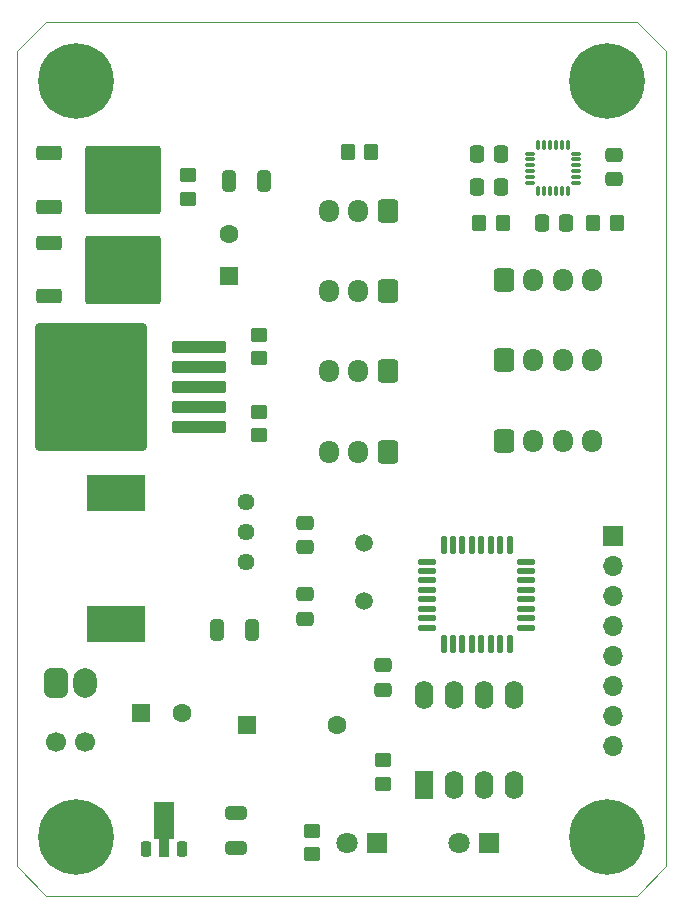
<source format=gbr>
%TF.GenerationSoftware,KiCad,Pcbnew,8.0.1-8.0.1-0~ubuntu20.04.1*%
%TF.CreationDate,2024-05-13T17:34:50+05:00*%
%TF.ProjectId,DeltaAnomalain,44656c74-6141-46e6-9f6d-616c61696e2e,rev?*%
%TF.SameCoordinates,Original*%
%TF.FileFunction,Soldermask,Top*%
%TF.FilePolarity,Negative*%
%FSLAX46Y46*%
G04 Gerber Fmt 4.6, Leading zero omitted, Abs format (unit mm)*
G04 Created by KiCad (PCBNEW 8.0.1-8.0.1-0~ubuntu20.04.1) date 2024-05-13 17:34:50*
%MOMM*%
%LPD*%
G01*
G04 APERTURE LIST*
G04 Aperture macros list*
%AMRoundRect*
0 Rectangle with rounded corners*
0 $1 Rounding radius*
0 $2 $3 $4 $5 $6 $7 $8 $9 X,Y pos of 4 corners*
0 Add a 4 corners polygon primitive as box body*
4,1,4,$2,$3,$4,$5,$6,$7,$8,$9,$2,$3,0*
0 Add four circle primitives for the rounded corners*
1,1,$1+$1,$2,$3*
1,1,$1+$1,$4,$5*
1,1,$1+$1,$6,$7*
1,1,$1+$1,$8,$9*
0 Add four rect primitives between the rounded corners*
20,1,$1+$1,$2,$3,$4,$5,0*
20,1,$1+$1,$4,$5,$6,$7,0*
20,1,$1+$1,$6,$7,$8,$9,0*
20,1,$1+$1,$8,$9,$2,$3,0*%
%AMFreePoly0*
4,1,9,3.862500,-0.866500,0.737500,-0.866500,0.737500,-0.450000,-0.737500,-0.450000,-0.737500,0.450000,0.737500,0.450000,0.737500,0.866500,3.862500,0.866500,3.862500,-0.866500,3.862500,-0.866500,$1*%
G04 Aperture macros list end*
%ADD10R,1.600000X1.600000*%
%ADD11C,1.600000*%
%ADD12R,1.700000X1.700000*%
%ADD13O,1.700000X1.700000*%
%ADD14RoundRect,0.250000X-0.350000X-0.450000X0.350000X-0.450000X0.350000X0.450000X-0.350000X0.450000X0*%
%ADD15C,0.800000*%
%ADD16C,6.400000*%
%ADD17RoundRect,0.250000X-0.600000X-0.725000X0.600000X-0.725000X0.600000X0.725000X-0.600000X0.725000X0*%
%ADD18O,1.700000X1.950000*%
%ADD19R,1.800000X1.800000*%
%ADD20C,1.800000*%
%ADD21C,1.500000*%
%ADD22C,1.700000*%
%ADD23RoundRect,0.500000X0.500000X-0.750000X0.500000X0.750000X-0.500000X0.750000X-0.500000X-0.750000X0*%
%ADD24O,2.000000X2.500000*%
%ADD25RoundRect,0.250000X0.337500X0.475000X-0.337500X0.475000X-0.337500X-0.475000X0.337500X-0.475000X0*%
%ADD26RoundRect,0.250000X0.475000X-0.337500X0.475000X0.337500X-0.475000X0.337500X-0.475000X-0.337500X0*%
%ADD27RoundRect,0.250000X-0.850000X-0.350000X0.850000X-0.350000X0.850000X0.350000X-0.850000X0.350000X0*%
%ADD28RoundRect,0.249997X-2.950003X-2.650003X2.950003X-2.650003X2.950003X2.650003X-2.950003X2.650003X0*%
%ADD29RoundRect,0.250000X0.600000X0.725000X-0.600000X0.725000X-0.600000X-0.725000X0.600000X-0.725000X0*%
%ADD30RoundRect,0.250000X-0.325000X-0.650000X0.325000X-0.650000X0.325000X0.650000X-0.325000X0.650000X0*%
%ADD31R,5.000000X3.100000*%
%ADD32RoundRect,0.250000X-0.337500X-0.475000X0.337500X-0.475000X0.337500X0.475000X-0.337500X0.475000X0*%
%ADD33RoundRect,0.250000X2.050000X0.300000X-2.050000X0.300000X-2.050000X-0.300000X2.050000X-0.300000X0*%
%ADD34RoundRect,0.250002X4.449998X5.149998X-4.449998X5.149998X-4.449998X-5.149998X4.449998X-5.149998X0*%
%ADD35RoundRect,0.250000X0.450000X-0.350000X0.450000X0.350000X-0.450000X0.350000X-0.450000X-0.350000X0*%
%ADD36RoundRect,0.250000X0.650000X-0.325000X0.650000X0.325000X-0.650000X0.325000X-0.650000X-0.325000X0*%
%ADD37R,1.600000X2.400000*%
%ADD38O,1.600000X2.400000*%
%ADD39RoundRect,0.250000X-0.475000X0.337500X-0.475000X-0.337500X0.475000X-0.337500X0.475000X0.337500X0*%
%ADD40C,1.440000*%
%ADD41RoundRect,0.075000X-0.075000X0.350000X-0.075000X-0.350000X0.075000X-0.350000X0.075000X0.350000X0*%
%ADD42RoundRect,0.075000X-0.350000X-0.075000X0.350000X-0.075000X0.350000X0.075000X-0.350000X0.075000X0*%
%ADD43RoundRect,0.250000X0.325000X0.650000X-0.325000X0.650000X-0.325000X-0.650000X0.325000X-0.650000X0*%
%ADD44RoundRect,0.225000X0.225000X-0.425000X0.225000X0.425000X-0.225000X0.425000X-0.225000X-0.425000X0*%
%ADD45FreePoly0,90.000000*%
%ADD46RoundRect,0.125000X-0.625000X-0.125000X0.625000X-0.125000X0.625000X0.125000X-0.625000X0.125000X0*%
%ADD47RoundRect,0.125000X-0.125000X-0.625000X0.125000X-0.625000X0.125000X0.625000X-0.125000X0.625000X0*%
%ADD48RoundRect,0.250000X-0.450000X0.350000X-0.450000X-0.350000X0.450000X-0.350000X0.450000X0.350000X0*%
%TA.AperFunction,Profile*%
%ADD49C,0.050000*%
%TD*%
G04 APERTURE END LIST*
D10*
%TO.C,C6*%
X198500000Y-117000000D03*
D11*
X202000000Y-117000000D03*
%TD*%
D12*
%TO.C,J9*%
X238500000Y-102000000D03*
D13*
X238500000Y-104540000D03*
X238500000Y-107080000D03*
X238500000Y-109620000D03*
X238500000Y-112160000D03*
X238500000Y-114700000D03*
X238500000Y-117240000D03*
X238500000Y-119780000D03*
%TD*%
D14*
%TO.C,R6*%
X236800000Y-75500000D03*
X238800000Y-75500000D03*
%TD*%
D15*
%TO.C,H1*%
X190600000Y-127500000D03*
X191302944Y-125802944D03*
X191302944Y-129197056D03*
X193000000Y-125100000D03*
D16*
X193000000Y-127500000D03*
D15*
X193000000Y-129900000D03*
X194697056Y-125802944D03*
X194697056Y-129197056D03*
X195400000Y-127500000D03*
%TD*%
D17*
%TO.C,J8*%
X229250000Y-93950000D03*
D18*
X231750000Y-93950000D03*
X234250000Y-93950000D03*
X236750000Y-93950000D03*
%TD*%
D17*
%TO.C,J6*%
X229250000Y-80350000D03*
D18*
X231750000Y-80350000D03*
X234250000Y-80350000D03*
X236750000Y-80350000D03*
%TD*%
D19*
%TO.C,D3*%
X228000000Y-128000000D03*
D20*
X225460000Y-128000000D03*
%TD*%
D21*
%TO.C,Y1*%
X217450000Y-102620000D03*
X217450000Y-107500000D03*
%TD*%
D22*
%TO.C,J1*%
X191297349Y-119500000D03*
X193797349Y-119500000D03*
D23*
X191297349Y-114500000D03*
D24*
X193797349Y-114500000D03*
%TD*%
D25*
%TO.C,C3*%
X229037500Y-72500000D03*
X226962500Y-72500000D03*
%TD*%
D26*
%TO.C,C12*%
X212450000Y-109037500D03*
X212450000Y-106962500D03*
%TD*%
D27*
%TO.C,D1*%
X190750000Y-77195000D03*
D28*
X197050000Y-79475000D03*
D27*
X190750000Y-81755000D03*
%TD*%
D29*
%TO.C,J2*%
X219450000Y-94900000D03*
D18*
X216950000Y-94900000D03*
X214450000Y-94900000D03*
%TD*%
D30*
%TO.C,C5*%
X204975000Y-110000000D03*
X207925000Y-110000000D03*
%TD*%
D31*
%TO.C,L1*%
X196450000Y-109500000D03*
X196450000Y-98400000D03*
%TD*%
D32*
%TO.C,C2*%
X232462500Y-75500000D03*
X234537500Y-75500000D03*
%TD*%
D17*
%TO.C,J7*%
X229250000Y-87150000D03*
D18*
X231750000Y-87150000D03*
X234250000Y-87150000D03*
X236750000Y-87150000D03*
%TD*%
D33*
%TO.C,U4*%
X203450000Y-92800000D03*
X203450000Y-91100000D03*
X203450000Y-89400000D03*
D34*
X194300000Y-89400000D03*
D33*
X203450000Y-87700000D03*
X203450000Y-86000000D03*
%TD*%
D35*
%TO.C,R1*%
X208500000Y-93500000D03*
X208500000Y-91500000D03*
%TD*%
D15*
%TO.C,H2*%
X235600000Y-63500000D03*
X236302944Y-61802944D03*
X236302944Y-65197056D03*
X238000000Y-61100000D03*
D16*
X238000000Y-63500000D03*
D15*
X238000000Y-65900000D03*
X239697056Y-61802944D03*
X239697056Y-65197056D03*
X240400000Y-63500000D03*
%TD*%
D27*
%TO.C,Q1*%
X190750000Y-69635000D03*
D28*
X197050000Y-71915000D03*
D27*
X190750000Y-74195000D03*
%TD*%
D29*
%TO.C,J5*%
X219450000Y-74500000D03*
D18*
X216950000Y-74500000D03*
X214450000Y-74500000D03*
%TD*%
D15*
%TO.C,H4*%
X235600000Y-127500000D03*
X236302944Y-125802944D03*
X236302944Y-129197056D03*
X238000000Y-125100000D03*
D16*
X238000000Y-127500000D03*
D15*
X238000000Y-129900000D03*
X239697056Y-125802944D03*
X239697056Y-129197056D03*
X240400000Y-127500000D03*
%TD*%
D36*
%TO.C,C9*%
X206600000Y-128475000D03*
X206600000Y-125525000D03*
%TD*%
D37*
%TO.C,U3*%
X222500000Y-123120000D03*
D38*
X225040000Y-123120000D03*
X227580000Y-123120000D03*
X230120000Y-123120000D03*
X230120000Y-115500000D03*
X227580000Y-115500000D03*
X225040000Y-115500000D03*
X222500000Y-115500000D03*
%TD*%
D39*
%TO.C,C11*%
X212450000Y-100925000D03*
X212450000Y-103000000D03*
%TD*%
D10*
%TO.C,BZ1*%
X207500000Y-118000000D03*
D11*
X215100000Y-118000000D03*
%TD*%
D35*
%TO.C,R7*%
X213000000Y-129000000D03*
X213000000Y-127000000D03*
%TD*%
D40*
%TO.C,RV1*%
X207450000Y-99120000D03*
X207450000Y-101660000D03*
X207450000Y-104200000D03*
%TD*%
D41*
%TO.C,U2*%
X234650000Y-68950000D03*
X234150000Y-68950000D03*
X233650000Y-68950000D03*
X233150000Y-68950000D03*
X232650000Y-68950000D03*
X232150000Y-68950000D03*
D42*
X231450000Y-69650000D03*
X231450000Y-70150000D03*
X231450000Y-70650000D03*
X231450000Y-71150000D03*
X231450000Y-71650000D03*
X231450000Y-72150000D03*
D41*
X232150000Y-72850000D03*
X232650000Y-72850000D03*
X233150000Y-72850000D03*
X233650000Y-72850000D03*
X234150000Y-72850000D03*
X234650000Y-72850000D03*
D42*
X235350000Y-72150000D03*
X235350000Y-71650000D03*
X235350000Y-71150000D03*
X235350000Y-70650000D03*
X235350000Y-70150000D03*
X235350000Y-69650000D03*
%TD*%
D43*
%TO.C,C8*%
X208925000Y-72000000D03*
X205975000Y-72000000D03*
%TD*%
D44*
%TO.C,U5*%
X199000000Y-128500000D03*
D45*
X200500000Y-128412500D03*
D44*
X202000000Y-128500000D03*
%TD*%
D25*
%TO.C,C4*%
X229037500Y-69700000D03*
X226962500Y-69700000D03*
%TD*%
D29*
%TO.C,J3*%
X219450000Y-88100000D03*
D18*
X216950000Y-88100000D03*
X214450000Y-88100000D03*
%TD*%
D14*
%TO.C,R5*%
X227175000Y-75500000D03*
X229175000Y-75500000D03*
%TD*%
%TO.C,R4*%
X216050000Y-69500000D03*
X218050000Y-69500000D03*
%TD*%
D46*
%TO.C,U1*%
X222775000Y-104200000D03*
X222775000Y-105000000D03*
X222775000Y-105800000D03*
X222775000Y-106600000D03*
X222775000Y-107400000D03*
X222775000Y-108200000D03*
X222775000Y-109000000D03*
X222775000Y-109800000D03*
D47*
X224150000Y-111175000D03*
X224950000Y-111175000D03*
X225750000Y-111175000D03*
X226550000Y-111175000D03*
X227350000Y-111175000D03*
X228150000Y-111175000D03*
X228950000Y-111175000D03*
X229750000Y-111175000D03*
D46*
X231125000Y-109800000D03*
X231125000Y-109000000D03*
X231125000Y-108200000D03*
X231125000Y-107400000D03*
X231125000Y-106600000D03*
X231125000Y-105800000D03*
X231125000Y-105000000D03*
X231125000Y-104200000D03*
D47*
X229750000Y-102825000D03*
X228950000Y-102825000D03*
X228150000Y-102825000D03*
X227350000Y-102825000D03*
X226550000Y-102825000D03*
X225750000Y-102825000D03*
X224950000Y-102825000D03*
X224150000Y-102825000D03*
%TD*%
D15*
%TO.C,H3*%
X190600000Y-63500000D03*
X191302944Y-61802944D03*
X191302944Y-65197056D03*
X193000000Y-61100000D03*
D16*
X193000000Y-63500000D03*
D15*
X193000000Y-65900000D03*
X194697056Y-61802944D03*
X194697056Y-65197056D03*
X195400000Y-63500000D03*
%TD*%
D19*
%TO.C,D2*%
X218500000Y-128000000D03*
D20*
X215960000Y-128000000D03*
%TD*%
D26*
%TO.C,C1*%
X238600000Y-71837500D03*
X238600000Y-69762500D03*
%TD*%
D35*
%TO.C,R2*%
X208500000Y-87000000D03*
X208500000Y-85000000D03*
%TD*%
D29*
%TO.C,J4*%
X219450000Y-81300000D03*
D18*
X216950000Y-81300000D03*
X214450000Y-81300000D03*
%TD*%
D39*
%TO.C,C10*%
X219000000Y-112962500D03*
X219000000Y-115037500D03*
%TD*%
D48*
%TO.C,R8*%
X219000000Y-121000000D03*
X219000000Y-123000000D03*
%TD*%
D10*
%TO.C,C7*%
X205950000Y-80000000D03*
D11*
X205950000Y-76500000D03*
%TD*%
D35*
%TO.C,R3*%
X202500000Y-73500000D03*
X202500000Y-71500000D03*
%TD*%
D49*
X243000000Y-130000000D02*
X240500000Y-132500000D01*
X188000000Y-130000000D02*
X188000000Y-61000000D01*
X240500000Y-58500000D02*
X243000000Y-61000000D01*
X190500000Y-132500000D02*
X188000000Y-130000000D01*
X240500000Y-132500000D02*
X190500000Y-132500000D01*
X188000000Y-61000000D02*
X190500000Y-58500000D01*
X243000000Y-61000000D02*
X243000000Y-130000000D01*
X190500000Y-58500000D02*
X240500000Y-58500000D01*
M02*

</source>
